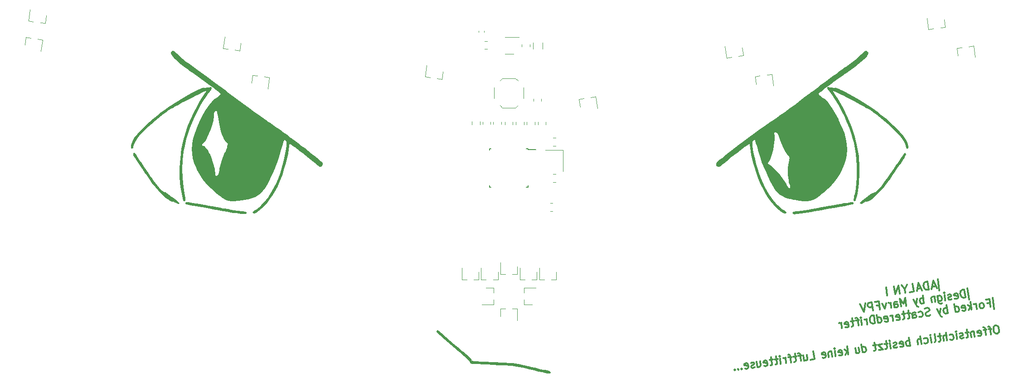
<source format=gbr>
%TF.GenerationSoftware,KiCad,Pcbnew,(6.99.0-222-g367431f825)*%
%TF.CreationDate,2022-01-18T01:02:36+01:00*%
%TF.ProjectId,Adalyn,4164616c-796e-42e6-9b69-6361645f7063,rev?*%
%TF.SameCoordinates,Original*%
%TF.FileFunction,Legend,Bot*%
%TF.FilePolarity,Positive*%
%FSLAX46Y46*%
G04 Gerber Fmt 4.6, Leading zero omitted, Abs format (unit mm)*
G04 Created by KiCad (PCBNEW (6.99.0-222-g367431f825)) date 2022-01-18 01:02:36*
%MOMM*%
%LPD*%
G01*
G04 APERTURE LIST*
%ADD10C,0.300000*%
%ADD11C,0.120000*%
%ADD12C,0.150000*%
G04 APERTURE END LIST*
D10*
X236718644Y-115761168D02*
X236435710Y-115800932D01*
X236304184Y-115891547D01*
X236182599Y-116052896D01*
X236151630Y-116345771D01*
X236221216Y-116840905D01*
X236331713Y-117113898D01*
X236493062Y-117235483D01*
X236644470Y-117286334D01*
X236927404Y-117246570D01*
X237058930Y-117155955D01*
X237180515Y-116994606D01*
X237211484Y-116701732D01*
X237141898Y-116206598D01*
X237031401Y-115933605D01*
X236870052Y-115812020D01*
X236718644Y-115761168D01*
X235787353Y-116396967D02*
X235221485Y-116476494D01*
X235714326Y-117417057D02*
X235535389Y-116143856D01*
X235444773Y-116012330D01*
X235293366Y-115961478D01*
X235151899Y-115981360D01*
X234857209Y-116527690D02*
X234291341Y-116607217D01*
X234784182Y-117547781D02*
X234605245Y-116274579D01*
X234514629Y-116143053D01*
X234363222Y-116092201D01*
X234221755Y-116112083D01*
X233278229Y-117687298D02*
X233429637Y-117738150D01*
X233712571Y-117698386D01*
X233844097Y-117607770D01*
X233894948Y-117456363D01*
X233815421Y-116890495D01*
X233724806Y-116758969D01*
X233573398Y-116708118D01*
X233290464Y-116747881D01*
X233158938Y-116838497D01*
X233108086Y-116989905D01*
X233127968Y-117131371D01*
X233855185Y-117173429D01*
X232501786Y-116858723D02*
X232640959Y-117848991D01*
X232521668Y-117000190D02*
X232440994Y-116939397D01*
X232289586Y-116888546D01*
X232077386Y-116918369D01*
X231945860Y-117008984D01*
X231895008Y-117160392D01*
X232004358Y-117938459D01*
X231500908Y-116999387D02*
X230935041Y-117078915D01*
X231219121Y-116534076D02*
X231398058Y-117807278D01*
X231347207Y-117958686D01*
X231215681Y-118049301D01*
X231074214Y-118069183D01*
X230558529Y-118069527D02*
X230427004Y-118160142D01*
X230144070Y-118199906D01*
X229992662Y-118149054D01*
X229902047Y-118017528D01*
X229892106Y-117946795D01*
X229942957Y-117795387D01*
X230074483Y-117704772D01*
X230286684Y-117674949D01*
X230418209Y-117584334D01*
X230469061Y-117432926D01*
X230459120Y-117362193D01*
X230368505Y-117230667D01*
X230217097Y-117179815D01*
X230004897Y-117209638D01*
X229873371Y-117300253D01*
X229355392Y-118310747D02*
X229216219Y-117320479D01*
X229146633Y-116825345D02*
X229227307Y-116886138D01*
X229166515Y-116966812D01*
X229085840Y-116906020D01*
X229146633Y-116825345D01*
X229166515Y-116966812D01*
X228061640Y-118420442D02*
X228213048Y-118471293D01*
X228495982Y-118431530D01*
X228627508Y-118340914D01*
X228688300Y-118260240D01*
X228739152Y-118108832D01*
X228679506Y-117684431D01*
X228588891Y-117552906D01*
X228508216Y-117492113D01*
X228356809Y-117441262D01*
X228073875Y-117481025D01*
X227942349Y-117571641D01*
X227495104Y-118572194D02*
X227286344Y-117086792D01*
X226858503Y-118661662D02*
X226749152Y-117883594D01*
X226800004Y-117732187D01*
X226931530Y-117641571D01*
X227143730Y-117611749D01*
X227295138Y-117662600D01*
X227375812Y-117723393D01*
X226355052Y-117722590D02*
X225789185Y-117802117D01*
X226073266Y-117257279D02*
X226252202Y-118530481D01*
X226201351Y-118681888D01*
X226069825Y-118772504D01*
X225928358Y-118792386D01*
X225139681Y-118903227D02*
X225271207Y-118812612D01*
X225322058Y-118661204D01*
X225143122Y-117388002D01*
X224563204Y-118984245D02*
X224424031Y-117993977D01*
X224354444Y-117498843D02*
X224435119Y-117559636D01*
X224374326Y-117640310D01*
X224293652Y-117579518D01*
X224354444Y-117498843D01*
X224374326Y-117640310D01*
X223269452Y-119093940D02*
X223420859Y-119144791D01*
X223703793Y-119105028D01*
X223835319Y-119014412D01*
X223896112Y-118933738D01*
X223946963Y-118782330D01*
X223887318Y-118357930D01*
X223796702Y-118226404D01*
X223716028Y-118165611D01*
X223564620Y-118114760D01*
X223281686Y-118154523D01*
X223150160Y-118245139D01*
X222702915Y-119245692D02*
X222494155Y-117760290D01*
X222066314Y-119335160D02*
X221956964Y-118557093D01*
X222007816Y-118405685D01*
X222139341Y-118315070D01*
X222351542Y-118285247D01*
X222502950Y-118336098D01*
X222583624Y-118396891D01*
X220598595Y-119541435D02*
X220389836Y-118056033D01*
X220469363Y-118621900D02*
X220317956Y-118571049D01*
X220035022Y-118610812D01*
X219903496Y-118701428D01*
X219842703Y-118782102D01*
X219791852Y-118933510D01*
X219851497Y-119357910D01*
X219942113Y-119489436D01*
X220022787Y-119550229D01*
X220174195Y-119601080D01*
X220457129Y-119561317D01*
X220588655Y-119470701D01*
X218738976Y-119730657D02*
X218890384Y-119781508D01*
X219173317Y-119741745D01*
X219304843Y-119651129D01*
X219355695Y-119499721D01*
X219276167Y-118933854D01*
X219185552Y-118802328D01*
X219034144Y-118751477D01*
X218751211Y-118791240D01*
X218619685Y-118881856D01*
X218568833Y-119033263D01*
X218588715Y-119174730D01*
X219315931Y-119216788D01*
X218162498Y-119811675D02*
X218030972Y-119902291D01*
X217748039Y-119942054D01*
X217596631Y-119891203D01*
X217506016Y-119759677D01*
X217496075Y-119688944D01*
X217546926Y-119537536D01*
X217678452Y-119446920D01*
X217890652Y-119417098D01*
X218022178Y-119326482D01*
X218073030Y-119175075D01*
X218063089Y-119104341D01*
X217972474Y-118972815D01*
X217821066Y-118921964D01*
X217608866Y-118951786D01*
X217477340Y-119042402D01*
X216959361Y-120052896D02*
X216820188Y-119062628D01*
X216750602Y-118567494D02*
X216831276Y-118628286D01*
X216770484Y-118708961D01*
X216689809Y-118648168D01*
X216750602Y-118567494D01*
X216770484Y-118708961D01*
X216385178Y-119123764D02*
X215819311Y-119203292D01*
X216103391Y-118658453D02*
X216282328Y-119931655D01*
X216231476Y-120083063D01*
X216099951Y-120173678D01*
X215958484Y-120193560D01*
X215384301Y-119264429D02*
X214606233Y-119373779D01*
X215523474Y-120254697D01*
X214745406Y-120364047D01*
X214241956Y-119424975D02*
X213676088Y-119504502D01*
X213960169Y-118959663D02*
X214139106Y-120232865D01*
X214088254Y-120384273D01*
X213956728Y-120474888D01*
X213815261Y-120494770D01*
X211710942Y-120790513D02*
X211502183Y-119305111D01*
X211701001Y-120719780D02*
X211852409Y-120770631D01*
X212135343Y-120730867D01*
X212266869Y-120640252D01*
X212327661Y-120559578D01*
X212378513Y-120408170D01*
X212318867Y-119983769D01*
X212228252Y-119852243D01*
X212147578Y-119791451D01*
X211996170Y-119740599D01*
X211713236Y-119780363D01*
X211581710Y-119870978D01*
X210358691Y-119970732D02*
X210497864Y-120961000D01*
X210995292Y-119881264D02*
X211104642Y-120659331D01*
X211053791Y-120810739D01*
X210922265Y-120901354D01*
X210710064Y-120931177D01*
X210558657Y-120880326D01*
X210477982Y-120819533D01*
X209030145Y-121167274D02*
X208821386Y-119681872D01*
X208809151Y-120621289D02*
X208464278Y-121246802D01*
X208325105Y-120256534D02*
X208970500Y-120742874D01*
X207311992Y-121336615D02*
X207463400Y-121387466D01*
X207746334Y-121347702D01*
X207877860Y-121257087D01*
X207928711Y-121105679D01*
X207849184Y-120539812D01*
X207758569Y-120408286D01*
X207607161Y-120357434D01*
X207324227Y-120397198D01*
X207192701Y-120487813D01*
X207141850Y-120639221D01*
X207161731Y-120780688D01*
X207888948Y-120822746D01*
X206674722Y-121498308D02*
X206535549Y-120508040D01*
X206465963Y-120012905D02*
X206546637Y-120073698D01*
X206485845Y-120154372D01*
X206405170Y-120093580D01*
X206465963Y-120012905D01*
X206485845Y-120154372D01*
X205888339Y-120598999D02*
X206027512Y-121589267D01*
X205908221Y-120740466D02*
X205827546Y-120679673D01*
X205676138Y-120628822D01*
X205463938Y-120658645D01*
X205332412Y-120749260D01*
X205281561Y-120900668D01*
X205390911Y-121678735D01*
X204238625Y-121768548D02*
X204390033Y-121819400D01*
X204672967Y-121779636D01*
X204804493Y-121689021D01*
X204855344Y-121537613D01*
X204775817Y-120971745D01*
X204685201Y-120840219D01*
X204533794Y-120789368D01*
X204250860Y-120829132D01*
X204119334Y-120919747D01*
X204068482Y-121071155D01*
X204088364Y-121212622D01*
X204815580Y-121254679D01*
X202002780Y-122154906D02*
X202710114Y-122055497D01*
X202501354Y-120570095D01*
X200650529Y-121335125D02*
X200789702Y-122325393D01*
X201287129Y-121245657D02*
X201396480Y-122023725D01*
X201345628Y-122175132D01*
X201214102Y-122265748D01*
X201001902Y-122295570D01*
X200850494Y-122244719D01*
X200769820Y-122183926D01*
X200286251Y-121386321D02*
X199720384Y-121465849D01*
X200213224Y-122406412D02*
X200034287Y-121133210D01*
X199943672Y-121001684D01*
X199792264Y-120950833D01*
X199650797Y-120970714D01*
X199356107Y-121517044D02*
X198790240Y-121596572D01*
X199074321Y-121051733D02*
X199253257Y-122324935D01*
X199202406Y-122476343D01*
X199070880Y-122566958D01*
X198929413Y-122586840D01*
X198425964Y-121647767D02*
X197860096Y-121727295D01*
X198352936Y-122667858D02*
X198173999Y-121394657D01*
X198083384Y-121263131D01*
X197931976Y-121212279D01*
X197790510Y-121232161D01*
X197422792Y-122798582D02*
X197283619Y-121808313D01*
X197323383Y-122091247D02*
X197232768Y-121959721D01*
X197152093Y-121898929D01*
X197000686Y-121848077D01*
X196859219Y-121867959D01*
X196421915Y-122939246D02*
X196282741Y-121948978D01*
X196213155Y-121453844D02*
X196293829Y-121514636D01*
X196233037Y-121595310D01*
X196152362Y-121534518D01*
X196213155Y-121453844D01*
X196233037Y-121595310D01*
X195847731Y-122010114D02*
X195281864Y-122089642D01*
X195565944Y-121544803D02*
X195744881Y-122818005D01*
X195694030Y-122969413D01*
X195562504Y-123060028D01*
X195421037Y-123079910D01*
X194917587Y-122140838D02*
X194351720Y-122220365D01*
X194635800Y-121675526D02*
X194814737Y-122948728D01*
X194763886Y-123100136D01*
X194632360Y-123190751D01*
X194490893Y-123210633D01*
X193338608Y-123300446D02*
X193490016Y-123351297D01*
X193772949Y-123311534D01*
X193904475Y-123220918D01*
X193955327Y-123069510D01*
X193875799Y-122503643D01*
X193785184Y-122372117D01*
X193633776Y-122321265D01*
X193350843Y-122361029D01*
X193219317Y-122451645D01*
X193168465Y-122603052D01*
X193188347Y-122744519D01*
X193915563Y-122786577D01*
X191925564Y-122561339D02*
X192064737Y-123551607D01*
X192562165Y-122471871D02*
X192671515Y-123249938D01*
X192620663Y-123401346D01*
X192489138Y-123491962D01*
X192276937Y-123521784D01*
X192125529Y-123470933D01*
X192044855Y-123410140D01*
X191549052Y-123551951D02*
X191417526Y-123642567D01*
X191134592Y-123682330D01*
X190983184Y-123631479D01*
X190892569Y-123499953D01*
X190882628Y-123429219D01*
X190933480Y-123277812D01*
X191065006Y-123187196D01*
X191277206Y-123157374D01*
X191408732Y-123066758D01*
X191459584Y-122915350D01*
X191449643Y-122844617D01*
X191359027Y-122713091D01*
X191207619Y-122662240D01*
X190995419Y-122692062D01*
X190863893Y-122782678D01*
X189770107Y-123801966D02*
X189921514Y-123852817D01*
X190204448Y-123813054D01*
X190335974Y-123722438D01*
X190386826Y-123571031D01*
X190307298Y-123005163D01*
X190216683Y-122873637D01*
X190065275Y-122822786D01*
X189782341Y-122862549D01*
X189650815Y-122953165D01*
X189599964Y-123104572D01*
X189619846Y-123246039D01*
X190347062Y-123288097D01*
X189112955Y-123822192D02*
X189052162Y-123902866D01*
X189132837Y-123963659D01*
X189193629Y-123882984D01*
X189112955Y-123822192D01*
X189132837Y-123963659D01*
X188465744Y-123913151D02*
X188404952Y-123993826D01*
X188485626Y-124054618D01*
X188546419Y-123973944D01*
X188465744Y-123913151D01*
X188485626Y-124054618D01*
X187818534Y-124004111D02*
X187757741Y-124084785D01*
X187838416Y-124145578D01*
X187899208Y-124064903D01*
X187818534Y-124004111D01*
X187838416Y-124145578D01*
X226046432Y-109275583D02*
X225748204Y-107153580D01*
X225411456Y-108427126D02*
X224704122Y-108526536D01*
X225612569Y-108831645D02*
X224908675Y-107415830D01*
X224622301Y-108970818D01*
X224045823Y-109051837D02*
X223837064Y-107566435D01*
X223483397Y-107616139D01*
X223281137Y-107716696D01*
X223159552Y-107878044D01*
X223108701Y-108029452D01*
X223077731Y-108322327D01*
X223107554Y-108534527D01*
X223218051Y-108807520D01*
X223308666Y-108939046D01*
X223470015Y-109060631D01*
X223692156Y-109101542D01*
X224045823Y-109051837D01*
X222631633Y-108817805D02*
X221924299Y-108917214D01*
X222832746Y-109222324D02*
X222128852Y-107806508D01*
X221842478Y-109361497D01*
X220558666Y-109541925D02*
X221266000Y-109442516D01*
X221057241Y-107957113D01*
X219599846Y-108955373D02*
X219699255Y-109662707D01*
X219985630Y-108107719D02*
X219599846Y-108955373D01*
X218995362Y-108246892D01*
X218627644Y-109813312D02*
X218418884Y-108327910D01*
X217778843Y-109932604D01*
X217570083Y-108447201D01*
X216311125Y-110138878D02*
X216102365Y-108653476D01*
X231576456Y-110952270D02*
X231278228Y-108830267D01*
X230930392Y-110538155D02*
X230721633Y-109052753D01*
X230367966Y-109102458D01*
X230165706Y-109203014D01*
X230044121Y-109364363D01*
X229993270Y-109515770D01*
X229962300Y-109808645D01*
X229992123Y-110020845D01*
X230102620Y-110293838D01*
X230193235Y-110425364D01*
X230354584Y-110546949D01*
X230576725Y-110587860D01*
X230930392Y-110538155D01*
X228929306Y-110747259D02*
X229080714Y-110798110D01*
X229363648Y-110758347D01*
X229495174Y-110667731D01*
X229546025Y-110516323D01*
X229466498Y-109950456D01*
X229375882Y-109818930D01*
X229224475Y-109768079D01*
X228941541Y-109807842D01*
X228810015Y-109898458D01*
X228759163Y-110049865D01*
X228779045Y-110191332D01*
X229506261Y-110233390D01*
X228352829Y-110828277D02*
X228221303Y-110918893D01*
X227938369Y-110958656D01*
X227786961Y-110907805D01*
X227696346Y-110776279D01*
X227686405Y-110705546D01*
X227737256Y-110554138D01*
X227868782Y-110463522D01*
X228080983Y-110433700D01*
X228212509Y-110343084D01*
X228263360Y-110191676D01*
X228253419Y-110120943D01*
X228162804Y-109989417D01*
X228011396Y-109938566D01*
X227799196Y-109968388D01*
X227667670Y-110059004D01*
X227149692Y-111069498D02*
X227010518Y-110079230D01*
X226940932Y-109584096D02*
X227021606Y-109644888D01*
X226960814Y-109725563D01*
X226880139Y-109664770D01*
X226940932Y-109584096D01*
X226960814Y-109725563D01*
X225726707Y-110259658D02*
X225895703Y-111462126D01*
X225986318Y-111593652D01*
X226066993Y-111654444D01*
X226218400Y-111705296D01*
X226430601Y-111675473D01*
X226562127Y-111584858D01*
X225855939Y-111179192D02*
X226007347Y-111230044D01*
X226290281Y-111190280D01*
X226421807Y-111099665D01*
X226482599Y-111018990D01*
X226533451Y-110867583D01*
X226473805Y-110443182D01*
X226383190Y-110311656D01*
X226302515Y-110250864D01*
X226151108Y-110200012D01*
X225868174Y-110239776D01*
X225736648Y-110330391D01*
X225150230Y-110340676D02*
X225289403Y-111330944D01*
X225170111Y-110482143D02*
X225089437Y-110421351D01*
X224938029Y-110370499D01*
X224725829Y-110400322D01*
X224594303Y-110490937D01*
X224543451Y-110642345D01*
X224652802Y-111420413D01*
X223185083Y-111626687D02*
X222976323Y-110141285D01*
X223055851Y-110707153D02*
X222904443Y-110656301D01*
X222621509Y-110696065D01*
X222489983Y-110786680D01*
X222429191Y-110867354D01*
X222378339Y-111018762D01*
X222437985Y-111443163D01*
X222528600Y-111574689D01*
X222609275Y-111635481D01*
X222760682Y-111686333D01*
X223043616Y-111646569D01*
X223175142Y-111555954D01*
X221903566Y-110796965D02*
X221689071Y-111836938D01*
X221196231Y-110896375D02*
X221689071Y-111836938D01*
X221880243Y-112170723D01*
X221960917Y-112231516D01*
X222112325Y-112282367D01*
X219867686Y-112092917D02*
X219658926Y-110607515D01*
X219312906Y-111738103D01*
X218668658Y-110746688D01*
X218877418Y-112232090D01*
X217664340Y-112402577D02*
X217554990Y-111624509D01*
X217605842Y-111473101D01*
X217737368Y-111382486D01*
X218020301Y-111342722D01*
X218171709Y-111393574D01*
X217654399Y-112331844D02*
X217805807Y-112382695D01*
X218159474Y-112332990D01*
X218291000Y-112242375D01*
X218341852Y-112090967D01*
X218321970Y-111949500D01*
X218231355Y-111817975D01*
X218079947Y-111767123D01*
X217726280Y-111816828D01*
X217574872Y-111765976D01*
X217087863Y-112483596D02*
X216948690Y-111493328D01*
X216988454Y-111776261D02*
X216897838Y-111644735D01*
X216817164Y-111583943D01*
X216665756Y-111533091D01*
X216524289Y-111552973D01*
X216089279Y-111614110D02*
X215874785Y-112654083D01*
X215381945Y-111713519D01*
X214340156Y-112076325D02*
X214835290Y-112006738D01*
X214944641Y-112784806D02*
X214735881Y-111299404D01*
X214028547Y-111398813D01*
X213660829Y-112965234D02*
X213452070Y-111479832D01*
X212886202Y-111559359D01*
X212754676Y-111649974D01*
X212693884Y-111730649D01*
X212643032Y-111882057D01*
X212672855Y-112094257D01*
X212763470Y-112225783D01*
X212844145Y-112286575D01*
X212995553Y-112337427D01*
X213561420Y-112257899D01*
X212238992Y-111650319D02*
X211952618Y-113205307D01*
X211248724Y-111789492D01*
X236277130Y-112745514D02*
X235978902Y-110623511D01*
X235026582Y-111622918D02*
X235521716Y-111553331D01*
X235631066Y-112331399D02*
X235422307Y-110845997D01*
X234714972Y-110945406D01*
X234135055Y-112541650D02*
X234266581Y-112451034D01*
X234327373Y-112370360D01*
X234378225Y-112218952D01*
X234318579Y-111794552D01*
X234227964Y-111663026D01*
X234147290Y-111602233D01*
X233995882Y-111551382D01*
X233783682Y-111581204D01*
X233652156Y-111671820D01*
X233591363Y-111752494D01*
X233540512Y-111903902D01*
X233600157Y-112328302D01*
X233690772Y-112459828D01*
X233771447Y-112520621D01*
X233922855Y-112571472D01*
X234135055Y-112541650D01*
X233063444Y-112692255D02*
X232924271Y-111701987D01*
X232964035Y-111984920D02*
X232873419Y-111853394D01*
X232792745Y-111792602D01*
X232641337Y-111741750D01*
X232499870Y-111761632D01*
X232062566Y-112832919D02*
X231853806Y-111347517D01*
X231841572Y-112286933D02*
X231496699Y-112912446D01*
X231357526Y-111922178D02*
X232002921Y-112408518D01*
X230344413Y-113002259D02*
X230495821Y-113053111D01*
X230778755Y-113013347D01*
X230910281Y-112922732D01*
X230961132Y-112771324D01*
X230881605Y-112205456D01*
X230790989Y-112073930D01*
X230639582Y-112023079D01*
X230356648Y-112062843D01*
X230225122Y-112153458D01*
X230174270Y-112304866D01*
X230194152Y-112446333D01*
X230921369Y-112488390D01*
X229070542Y-113253420D02*
X228861783Y-111768018D01*
X229060601Y-113182687D02*
X229212009Y-113233539D01*
X229494943Y-113193775D01*
X229626469Y-113103160D01*
X229687261Y-113022485D01*
X229738113Y-112871077D01*
X229678467Y-112446677D01*
X229587852Y-112315151D01*
X229507178Y-112254358D01*
X229355770Y-112203507D01*
X229072836Y-112243271D01*
X228941310Y-112333886D01*
X227602824Y-113459695D02*
X227394064Y-111974293D01*
X227473591Y-112540160D02*
X227322184Y-112489309D01*
X227039250Y-112529072D01*
X226907724Y-112619688D01*
X226846931Y-112700362D01*
X226796080Y-112851770D01*
X226855726Y-113276171D01*
X226946341Y-113407696D01*
X227027015Y-113468489D01*
X227178423Y-113519341D01*
X227461357Y-113479577D01*
X227592883Y-113388961D01*
X226321306Y-112629973D02*
X226106812Y-113669946D01*
X225613972Y-112729382D02*
X226106812Y-113669946D01*
X226297984Y-114003731D01*
X226378658Y-114064523D01*
X226530066Y-114115375D01*
X224346219Y-113845250D02*
X224143960Y-113945807D01*
X223790293Y-113995511D01*
X223638885Y-113944660D01*
X223558210Y-113883867D01*
X223467595Y-113752341D01*
X223447713Y-113610874D01*
X223498565Y-113459467D01*
X223559357Y-113378792D01*
X223690883Y-113288177D01*
X223963876Y-113177680D01*
X224095402Y-113087064D01*
X224156194Y-113006390D01*
X224207046Y-112854982D01*
X224187164Y-112713515D01*
X224096549Y-112581989D01*
X224015874Y-112521197D01*
X223864467Y-112470345D01*
X223510799Y-112520050D01*
X223308540Y-112620606D01*
X222284340Y-114135029D02*
X222435747Y-114185880D01*
X222718681Y-114146116D01*
X222850207Y-114055501D01*
X222911000Y-113974827D01*
X222961851Y-113823419D01*
X222902206Y-113399018D01*
X222811590Y-113267492D01*
X222730916Y-113206700D01*
X222579508Y-113155848D01*
X222296574Y-113195612D01*
X222165048Y-113286227D01*
X221081202Y-114376249D02*
X220971852Y-113598181D01*
X221022703Y-113446773D01*
X221154229Y-113356158D01*
X221437163Y-113316394D01*
X221588571Y-113367246D01*
X221071261Y-114305516D02*
X221222669Y-114356367D01*
X221576336Y-114306662D01*
X221707862Y-114216047D01*
X221758714Y-114064639D01*
X221738832Y-113923172D01*
X221648217Y-113791647D01*
X221496809Y-113740795D01*
X221143142Y-113790500D01*
X220991734Y-113739648D01*
X220577752Y-113437177D02*
X220011884Y-113516704D01*
X220295965Y-112971866D02*
X220474902Y-114245067D01*
X220424050Y-114396475D01*
X220292524Y-114487090D01*
X220151058Y-114506972D01*
X219647608Y-113567900D02*
X219081740Y-113647427D01*
X219365821Y-113102589D02*
X219544758Y-114375791D01*
X219493906Y-114527198D01*
X219362380Y-114617814D01*
X219220914Y-114637696D01*
X218068628Y-114727508D02*
X218220036Y-114778360D01*
X218502970Y-114738596D01*
X218634496Y-114647981D01*
X218685347Y-114496573D01*
X218605820Y-113930705D01*
X218515205Y-113799179D01*
X218363797Y-113748328D01*
X218080863Y-113788092D01*
X217949337Y-113878707D01*
X217898486Y-114030115D01*
X217918367Y-114171582D01*
X218645584Y-114213639D01*
X217431358Y-114889201D02*
X217292185Y-113898933D01*
X217331949Y-114181867D02*
X217241334Y-114050341D01*
X217160659Y-113989548D01*
X217009252Y-113938697D01*
X216867785Y-113958579D01*
X215854672Y-115038659D02*
X216006080Y-115089511D01*
X216289014Y-115049747D01*
X216420540Y-114959132D01*
X216471391Y-114807724D01*
X216391864Y-114241857D01*
X216301248Y-114110331D01*
X216149841Y-114059479D01*
X215866907Y-114099243D01*
X215735381Y-114189858D01*
X215684529Y-114341266D01*
X215704411Y-114482733D01*
X216431627Y-114524790D01*
X214580801Y-115289821D02*
X214372042Y-113804419D01*
X214570860Y-115219087D02*
X214722268Y-115269939D01*
X215005202Y-115230175D01*
X215136728Y-115139560D01*
X215197520Y-115058885D01*
X215248372Y-114907478D01*
X215188726Y-114483077D01*
X215098111Y-114351551D01*
X215017437Y-114290759D01*
X214866029Y-114239907D01*
X214583095Y-114279671D01*
X214451569Y-114370286D01*
X214004324Y-115370839D02*
X213795564Y-113885437D01*
X213441897Y-113935142D01*
X213239638Y-114035698D01*
X213118053Y-114197047D01*
X213067201Y-114348455D01*
X213036231Y-114641329D01*
X213066054Y-114853530D01*
X213176551Y-115126523D01*
X213267167Y-115258048D01*
X213428515Y-115379633D01*
X213650657Y-115420544D01*
X214004324Y-115370839D01*
X212579046Y-115571149D02*
X212439873Y-114580881D01*
X212479637Y-114863815D02*
X212389021Y-114732289D01*
X212308347Y-114671496D01*
X212156939Y-114620645D01*
X212015472Y-114640527D01*
X211578168Y-115711813D02*
X211438995Y-114721545D01*
X211369408Y-114226411D02*
X211450083Y-114287204D01*
X211389290Y-114367878D01*
X211308616Y-114307086D01*
X211369408Y-114226411D01*
X211389290Y-114367878D01*
X211003985Y-114782682D02*
X210438117Y-114862209D01*
X210930958Y-115802773D02*
X210752021Y-114529571D01*
X210661405Y-114398045D01*
X210509998Y-114347194D01*
X210368531Y-114367075D01*
X210073841Y-114913405D02*
X209507973Y-114992933D01*
X209792054Y-114448094D02*
X209970991Y-115721296D01*
X209920139Y-115872704D01*
X209788613Y-115963319D01*
X209647146Y-115983201D01*
X208494861Y-116073013D02*
X208646269Y-116123865D01*
X208929203Y-116084101D01*
X209060729Y-115993486D01*
X209111580Y-115842078D01*
X209032053Y-115276211D01*
X208941438Y-115144685D01*
X208790030Y-115093833D01*
X208507096Y-115133597D01*
X208375570Y-115224212D01*
X208324718Y-115375620D01*
X208344600Y-115517087D01*
X209071817Y-115559144D01*
X207857591Y-116234706D02*
X207718418Y-115244438D01*
X207758182Y-115527372D02*
X207667567Y-115395846D01*
X207586892Y-115335054D01*
X207435484Y-115284202D01*
X207294018Y-115304084D01*
D11*
%TO.C,SW1*%
X142894099Y-73330796D02*
X142894099Y-71330796D01*
X143944099Y-70030796D02*
X144394099Y-69580796D01*
X143944099Y-74630796D02*
X144394099Y-75080796D01*
X144394099Y-69580796D02*
X146894099Y-69580796D01*
X144394099Y-75080796D02*
X146894099Y-75080796D01*
X147344099Y-70030796D02*
X146894099Y-69580796D01*
X147344099Y-74630796D02*
X146894099Y-75080796D01*
X148394099Y-73330796D02*
X148394099Y-71330796D01*
%TO.C,D101*%
X59022951Y-59303293D02*
X59226144Y-57857502D01*
X59022951Y-59303293D02*
X58102002Y-59173862D01*
X55893704Y-58863506D02*
X56194318Y-56724527D01*
X55893704Y-58863506D02*
X56814653Y-58992937D01*
%TO.C,D102*%
X95392951Y-64443293D02*
X95596144Y-62997502D01*
X95392951Y-64443293D02*
X94472002Y-64313862D01*
X92263704Y-64003506D02*
X92564318Y-61864527D01*
X92263704Y-64003506D02*
X93184653Y-64132937D01*
%TO.C,D103*%
X133112951Y-69753293D02*
X133316144Y-68307502D01*
X133112951Y-69753293D02*
X132192002Y-69623862D01*
X129983704Y-69313506D02*
X130284318Y-67174527D01*
X129983704Y-69313506D02*
X130904653Y-69442937D01*
%TO.C,D104*%
X189434494Y-65333506D02*
X189231301Y-63887715D01*
X189434494Y-65333506D02*
X188513545Y-65462937D01*
X186305247Y-65773293D02*
X186004633Y-63634314D01*
X186305247Y-65773293D02*
X187226196Y-65643862D01*
%TO.C,D105*%
X227164494Y-60033506D02*
X226961301Y-58587715D01*
X227164494Y-60033506D02*
X226243545Y-60162937D01*
X224035247Y-60473293D02*
X223734633Y-58334314D01*
X224035247Y-60473293D02*
X224956196Y-60343862D01*
%TO.C,D106*%
X55415247Y-61948299D02*
X55212054Y-63394090D01*
X55415247Y-61948299D02*
X56336196Y-62077730D01*
X58544494Y-62388086D02*
X58243880Y-64527065D01*
X58544494Y-62388086D02*
X57623545Y-62258655D01*
%TO.C,D107*%
X97765247Y-68998299D02*
X97562054Y-70444090D01*
X97765247Y-68998299D02*
X98686196Y-69127730D01*
X100894494Y-69438086D02*
X100593880Y-71577065D01*
X100894494Y-69438086D02*
X99973545Y-69308655D01*
%TO.C,D109*%
X191612877Y-69258354D02*
X191816070Y-70704145D01*
X191612877Y-69258354D02*
X192533826Y-69128923D01*
X194742124Y-68818567D02*
X195042738Y-70957546D01*
X194742124Y-68818567D02*
X193821175Y-68947998D01*
%TO.C,D110*%
X229323704Y-63968086D02*
X229526897Y-65413877D01*
X229323704Y-63968086D02*
X230244653Y-63838655D01*
X232452951Y-63528299D02*
X232753565Y-65667278D01*
X232452951Y-63528299D02*
X231532002Y-63657730D01*
%TO.C,D111*%
X140014099Y-107190796D02*
X140014099Y-105730796D01*
X140014099Y-107190796D02*
X139084099Y-107190796D01*
X136854099Y-107190796D02*
X136854099Y-105030796D01*
X136854099Y-107190796D02*
X137784099Y-107190796D01*
%TO.C,D112*%
X143614099Y-107200796D02*
X143614099Y-105740796D01*
X143614099Y-107200796D02*
X142684099Y-107200796D01*
X140454099Y-107200796D02*
X140454099Y-105040796D01*
X140454099Y-107200796D02*
X141384099Y-107200796D01*
%TO.C,D113*%
X150850000Y-107190000D02*
X150850000Y-105730000D01*
X150850000Y-107190000D02*
X149920000Y-107190000D01*
X147690000Y-107190000D02*
X147690000Y-105030000D01*
X147690000Y-107190000D02*
X148620000Y-107190000D01*
%TO.C,D114*%
X154480000Y-107200000D02*
X154480000Y-105740000D01*
X154480000Y-107200000D02*
X153550000Y-107200000D01*
X151320000Y-107200000D02*
X151320000Y-105040000D01*
X151320000Y-107200000D02*
X152250000Y-107200000D01*
%TO.C,D115*%
X142790000Y-108710000D02*
X141330000Y-108710000D01*
X142790000Y-108710000D02*
X142790000Y-109640000D01*
X142790000Y-111870000D02*
X140630000Y-111870000D01*
X142790000Y-111870000D02*
X142790000Y-110940000D01*
%TO.C,D116*%
X144050000Y-112630000D02*
X144050000Y-114090000D01*
X144050000Y-112630000D02*
X144980000Y-112630000D01*
X147210000Y-112630000D02*
X147210000Y-114790000D01*
X147210000Y-112630000D02*
X146280000Y-112630000D01*
%TO.C,D117*%
X148510000Y-111870000D02*
X149970000Y-111870000D01*
X148510000Y-111870000D02*
X148510000Y-110940000D01*
X148510000Y-108710000D02*
X150670000Y-108710000D01*
X148510000Y-108710000D02*
X148510000Y-109640000D01*
%TO.C,D118*%
X147224099Y-106190796D02*
X147224099Y-104730796D01*
X147224099Y-106190796D02*
X146294099Y-106190796D01*
X144064099Y-106190796D02*
X144064099Y-104030796D01*
X144064099Y-106190796D02*
X144994099Y-106190796D01*
%TO.C,C2*%
X150485000Y-77728748D02*
X150485000Y-78251252D01*
X149015000Y-77728748D02*
X149015000Y-78251252D01*
%TO.C,C4*%
X146385000Y-77728748D02*
X146385000Y-78251252D01*
X144915000Y-77728748D02*
X144915000Y-78251252D01*
%TO.C,C5*%
X148445000Y-77728748D02*
X148445000Y-78251252D01*
X146975000Y-77728748D02*
X146975000Y-78251252D01*
%TO.C,C6*%
X138755000Y-78221252D02*
X138755000Y-77698748D01*
X140225000Y-78221252D02*
X140225000Y-77698748D01*
%TO.C,C101*%
X152525000Y-77728748D02*
X152525000Y-78251252D01*
X151055000Y-77728748D02*
X151055000Y-78251252D01*
%TO.C,R2*%
X140775000Y-78177064D02*
X140775000Y-77722936D01*
X142245000Y-78177064D02*
X142245000Y-77722936D01*
%TO.C,R3*%
X142745000Y-78197064D02*
X142745000Y-77742936D01*
X144215000Y-78197064D02*
X144215000Y-77742936D01*
%TO.C,R4*%
X150239099Y-73887860D02*
X150239099Y-73433732D01*
X151709099Y-73887860D02*
X151709099Y-73433732D01*
%TO.C,R5*%
X153352936Y-92915000D02*
X153807064Y-92915000D01*
X153352936Y-94385000D02*
X153807064Y-94385000D01*
%TO.C,D108*%
X158749605Y-73477290D02*
X158952798Y-74923081D01*
X158749605Y-73477290D02*
X159670554Y-73347859D01*
X161878852Y-73037503D02*
X162179466Y-75176482D01*
X161878852Y-73037503D02*
X160957903Y-73166934D01*
%TO.C,F101*%
X151944099Y-62898732D02*
X151944099Y-64102860D01*
X150124099Y-62898732D02*
X150124099Y-64102860D01*
%TO.C,L101*%
X139964099Y-61023575D02*
X139964099Y-60698017D01*
X140984099Y-61023575D02*
X140984099Y-60698017D01*
%TO.C,R101*%
X141127035Y-62635796D02*
X141581163Y-62635796D01*
X141127035Y-64105796D02*
X141581163Y-64105796D01*
%TO.C,R102*%
X149549099Y-63233732D02*
X149549099Y-63687860D01*
X148079099Y-63233732D02*
X148079099Y-63687860D01*
D12*
%TO.C,U1*%
X149249099Y-89955796D02*
X149249099Y-89630796D01*
X149249099Y-89955796D02*
X148924099Y-89955796D01*
X149249099Y-82930796D02*
X150674099Y-82930796D01*
X149249099Y-82705796D02*
X149249099Y-82930796D01*
X149249099Y-82705796D02*
X148924099Y-82705796D01*
X141999099Y-89955796D02*
X142324099Y-89955796D01*
X141999099Y-89955796D02*
X141999099Y-89630796D01*
X141999099Y-82705796D02*
X142324099Y-82705796D01*
X141999099Y-82705796D02*
X141999099Y-83030796D01*
%TO.C,G\u002A\u002A\u002A*%
G36*
X209920743Y-92753864D02*
G01*
X210009981Y-92801205D01*
X210064349Y-92884791D01*
X210026621Y-93043670D01*
X209998805Y-93070341D01*
X209882367Y-93123981D01*
X209669342Y-93186009D01*
X209345411Y-93259547D01*
X208896254Y-93347718D01*
X208307552Y-93453644D01*
X207564985Y-93580447D01*
X207107195Y-93658006D01*
X206319981Y-93794156D01*
X205502668Y-93938411D01*
X204704701Y-94081931D01*
X203975526Y-94215876D01*
X203364590Y-94331407D01*
X203361995Y-94331908D01*
X202721352Y-94451025D01*
X202039266Y-94570034D01*
X201367694Y-94680396D01*
X200758594Y-94773570D01*
X200263921Y-94841018D01*
X200032751Y-94869590D01*
X199616826Y-94921574D01*
X199279961Y-94964444D01*
X199052016Y-94994377D01*
X198962851Y-95007551D01*
X198912954Y-94995403D01*
X198771714Y-94929521D01*
X198659452Y-94834383D01*
X198609394Y-94680586D01*
X198686308Y-94555221D01*
X198741029Y-94539571D01*
X198944152Y-94502578D01*
X199265806Y-94453354D01*
X199675879Y-94396422D01*
X200144262Y-94336302D01*
X200245457Y-94323574D01*
X200871316Y-94237385D01*
X201557471Y-94132742D01*
X202227501Y-94021707D01*
X202804986Y-93916344D01*
X203344250Y-93813409D01*
X203986656Y-93694260D01*
X204699259Y-93564730D01*
X205452407Y-93430010D01*
X206216453Y-93295290D01*
X206961745Y-93165762D01*
X207658635Y-93046615D01*
X208277472Y-92943041D01*
X208788608Y-92860230D01*
X209162392Y-92803372D01*
X209493205Y-92760204D01*
X209759566Y-92740169D01*
X209920743Y-92753864D01*
G37*
G36*
X85831333Y-92771061D02*
G01*
X86180344Y-92815093D01*
X86638042Y-92883756D01*
X87219076Y-92978299D01*
X87938093Y-93099973D01*
X88809741Y-93250028D01*
X88880670Y-93262304D01*
X89566195Y-93382547D01*
X90301329Y-93513923D01*
X91031790Y-93646583D01*
X91703296Y-93770679D01*
X92261568Y-93876360D01*
X92546637Y-93929939D01*
X93170355Y-94039899D01*
X93810201Y-94144567D01*
X94405359Y-94234183D01*
X94895013Y-94298988D01*
X95168071Y-94331284D01*
X95674950Y-94392574D01*
X96045542Y-94441147D01*
X96302396Y-94481569D01*
X96468060Y-94518407D01*
X96565082Y-94556227D01*
X96616010Y-94599596D01*
X96643392Y-94653081D01*
X96647927Y-94751125D01*
X96543509Y-94898206D01*
X96395785Y-94959949D01*
X96168670Y-94971503D01*
X96149488Y-94968454D01*
X95956637Y-94941998D01*
X95641424Y-94902173D01*
X95243028Y-94853838D01*
X94800630Y-94801852D01*
X94729391Y-94793355D01*
X94263586Y-94729919D01*
X93685988Y-94641379D01*
X93042598Y-94535275D01*
X92379414Y-94419148D01*
X91742436Y-94300538D01*
X91600684Y-94273356D01*
X90892864Y-94140894D01*
X90090085Y-93994935D01*
X89251687Y-93846047D01*
X88437010Y-93704795D01*
X87705393Y-93581743D01*
X87317323Y-93517539D01*
X86678836Y-93409663D01*
X86181931Y-93320937D01*
X85809208Y-93246919D01*
X85543270Y-93183168D01*
X85366716Y-93125241D01*
X85262148Y-93068697D01*
X85212167Y-93009094D01*
X85199373Y-92941991D01*
X85203934Y-92876626D01*
X85229219Y-92816249D01*
X85289954Y-92774254D01*
X85400786Y-92751891D01*
X85576363Y-92750410D01*
X85831333Y-92771061D01*
G37*
G36*
X219666820Y-83545763D02*
G01*
X219799833Y-83619253D01*
X219814207Y-83805617D01*
X219710963Y-84098446D01*
X219491122Y-84491330D01*
X219228385Y-84899853D01*
X218891951Y-85409079D01*
X218507312Y-85981094D01*
X218092164Y-86590364D01*
X217664204Y-87211357D01*
X217241127Y-87818539D01*
X216840629Y-88386377D01*
X216480405Y-88889338D01*
X216178152Y-89301890D01*
X215951565Y-89598500D01*
X215775939Y-89815754D01*
X215286775Y-90385608D01*
X214787289Y-90921493D01*
X214293816Y-91409138D01*
X213822692Y-91834269D01*
X213390255Y-92182614D01*
X213012841Y-92439899D01*
X212706785Y-92591853D01*
X212488424Y-92624201D01*
X212264309Y-92651361D01*
X211965230Y-92827276D01*
X211729445Y-92969493D01*
X211482777Y-93042062D01*
X211292954Y-93019031D01*
X211199094Y-92896847D01*
X211202597Y-92874066D01*
X211298355Y-92748227D01*
X211502914Y-92555370D01*
X211790506Y-92314401D01*
X212135360Y-92044225D01*
X212511708Y-91763746D01*
X212893780Y-91491871D01*
X213255807Y-91247504D01*
X213572019Y-91049549D01*
X213816647Y-90916913D01*
X213963922Y-90868500D01*
X214066567Y-90829109D01*
X214275184Y-90672493D01*
X214552542Y-90414144D01*
X214879828Y-90072941D01*
X215238229Y-89667766D01*
X215608933Y-89217500D01*
X215624236Y-89198085D01*
X215806031Y-88956035D01*
X216063840Y-88599151D01*
X216381491Y-88150921D01*
X216742809Y-87634833D01*
X217131622Y-87074375D01*
X217531756Y-86493034D01*
X217927036Y-85914299D01*
X218301290Y-85361657D01*
X218638343Y-84858595D01*
X218922022Y-84428602D01*
X219136154Y-84095166D01*
X219295665Y-83857123D01*
X219495177Y-83623721D01*
X219641879Y-83544833D01*
X219666820Y-83545763D01*
G37*
G36*
X75744640Y-83552205D02*
G01*
X75872042Y-83698272D01*
X76046504Y-83937800D01*
X76241443Y-84235420D01*
X76420722Y-84516767D01*
X76708403Y-84955551D01*
X77055140Y-85475099D01*
X77441883Y-86047629D01*
X77849581Y-86645360D01*
X78259185Y-87240511D01*
X78651647Y-87805299D01*
X79007915Y-88311943D01*
X79308941Y-88732661D01*
X79535675Y-89039672D01*
X79621974Y-89151993D01*
X79976571Y-89592097D01*
X80327891Y-89997596D01*
X80656310Y-90348238D01*
X80942201Y-90623771D01*
X81165941Y-90803942D01*
X81307902Y-90868500D01*
X81338913Y-90870602D01*
X81460783Y-90906467D01*
X81635207Y-90994824D01*
X81878354Y-91146148D01*
X82206393Y-91370916D01*
X82635490Y-91679603D01*
X83181814Y-92082685D01*
X83401892Y-92247693D01*
X83733323Y-92506798D01*
X83947314Y-92696215D01*
X84059241Y-92832650D01*
X84084475Y-92932807D01*
X84038392Y-93013388D01*
X83919666Y-93066851D01*
X83681566Y-93021129D01*
X83363568Y-92843639D01*
X83310845Y-92809275D01*
X83032975Y-92675833D01*
X82797136Y-92633500D01*
X82666893Y-92618542D01*
X82373057Y-92494825D01*
X82003660Y-92260462D01*
X81575822Y-91930733D01*
X81106664Y-91520919D01*
X80613306Y-91046301D01*
X80112867Y-90522159D01*
X79622468Y-89963775D01*
X79159229Y-89386429D01*
X78972095Y-89135914D01*
X78683711Y-88737021D01*
X78352021Y-88267544D01*
X77989799Y-87746524D01*
X77609823Y-87193000D01*
X77224869Y-86626014D01*
X76847714Y-86064606D01*
X76491134Y-85527816D01*
X76167905Y-85034684D01*
X75890804Y-84604252D01*
X75672608Y-84255559D01*
X75526092Y-84007647D01*
X75464033Y-83879555D01*
X75463542Y-83877593D01*
X75459481Y-83662290D01*
X75550167Y-83531650D01*
X75708015Y-83525678D01*
X75744640Y-83552205D01*
G37*
G36*
X132406288Y-116629020D02*
G01*
X132558960Y-116744261D01*
X132784290Y-116936194D01*
X133051798Y-117179553D01*
X133284814Y-117395063D01*
X133682826Y-117753664D01*
X134153274Y-118167203D01*
X134708109Y-118645968D01*
X135359282Y-119200245D01*
X136118745Y-119840321D01*
X136998449Y-120576483D01*
X137254172Y-120790449D01*
X137740991Y-121202845D01*
X138112732Y-121527751D01*
X138381724Y-121777662D01*
X138560302Y-121965077D01*
X138660796Y-122102491D01*
X138695538Y-122202402D01*
X138676860Y-122277305D01*
X138670503Y-122290354D01*
X138678481Y-122324592D01*
X138737196Y-122354845D01*
X138861524Y-122382509D01*
X139066342Y-122408982D01*
X139366525Y-122435660D01*
X139776950Y-122463942D01*
X140312492Y-122495224D01*
X140988029Y-122530903D01*
X141818436Y-122572377D01*
X141967649Y-122579707D01*
X142675235Y-122614497D01*
X143369361Y-122648665D01*
X144018780Y-122680671D01*
X144592246Y-122708976D01*
X145058511Y-122732037D01*
X145386329Y-122748314D01*
X145822109Y-122774728D01*
X146357346Y-122823146D01*
X146896856Y-122893033D01*
X147472325Y-122989847D01*
X148115440Y-123119042D01*
X148857889Y-123286074D01*
X149731357Y-123496398D01*
X149866972Y-123529628D01*
X150471891Y-123674370D01*
X151071095Y-123812690D01*
X151624860Y-123935722D01*
X152093458Y-124034595D01*
X152437165Y-124100442D01*
X152797226Y-124168488D01*
X153159521Y-124260554D01*
X153381291Y-124357966D01*
X153479434Y-124468918D01*
X153470846Y-124601601D01*
X153423544Y-124669467D01*
X153268092Y-124734896D01*
X153196356Y-124731987D01*
X152890122Y-124695023D01*
X152440313Y-124617992D01*
X151861984Y-124503955D01*
X151170186Y-124355970D01*
X150379973Y-124177096D01*
X149506396Y-123970392D01*
X148865598Y-123816944D01*
X148199228Y-123662463D01*
X147634723Y-123540887D01*
X147137529Y-123447034D01*
X146673094Y-123375721D01*
X146206865Y-123321765D01*
X145704288Y-123279982D01*
X145130811Y-123245191D01*
X144451881Y-123212207D01*
X143861166Y-123185235D01*
X142648086Y-123129080D01*
X141599670Y-123079366D01*
X140712382Y-123035909D01*
X139982687Y-122998523D01*
X139407048Y-122967025D01*
X138981928Y-122941231D01*
X138703793Y-122920957D01*
X138569105Y-122906019D01*
X138441264Y-122849040D01*
X138377968Y-122679842D01*
X138376748Y-122660103D01*
X138330036Y-122536318D01*
X138208319Y-122367202D01*
X138001634Y-122143130D01*
X137700014Y-121854479D01*
X137293495Y-121491624D01*
X136772111Y-121044941D01*
X136125898Y-120504805D01*
X136055186Y-120446154D01*
X135421443Y-119916671D01*
X134805204Y-119395311D01*
X134220638Y-118894556D01*
X133681917Y-118426890D01*
X133203211Y-118004796D01*
X132798692Y-117640757D01*
X132482529Y-117347255D01*
X132268893Y-117136773D01*
X132171956Y-117021795D01*
X132139671Y-116840892D01*
X132212184Y-116677215D01*
X132361364Y-116607166D01*
X132406288Y-116629020D01*
G37*
G36*
X90030870Y-71229877D02*
G01*
X90157611Y-71297452D01*
X90156282Y-71452936D01*
X90025415Y-71702369D01*
X89763542Y-72051789D01*
X89577122Y-72288162D01*
X89077907Y-72989618D01*
X88554769Y-73811586D01*
X88023718Y-74723619D01*
X87500767Y-75695271D01*
X87001927Y-76696094D01*
X86543210Y-77695642D01*
X86140628Y-78663469D01*
X85810193Y-79569127D01*
X85606357Y-80228300D01*
X85396748Y-80995419D01*
X85200046Y-81797429D01*
X85032034Y-82569924D01*
X84908497Y-83248500D01*
X84718672Y-84863335D01*
X84643840Y-86559893D01*
X84687193Y-88265842D01*
X84847567Y-89936408D01*
X85123799Y-91526820D01*
X85199718Y-91900322D01*
X85238832Y-92172764D01*
X85236384Y-92342389D01*
X85194794Y-92440332D01*
X85186065Y-92450636D01*
X85056060Y-92551691D01*
X84940059Y-92524871D01*
X84831114Y-92359952D01*
X84722275Y-92046707D01*
X84606592Y-91574913D01*
X84319276Y-89918625D01*
X84161237Y-88152553D01*
X84139614Y-86344239D01*
X84252688Y-84521002D01*
X84498741Y-82710158D01*
X84876054Y-80939027D01*
X85382908Y-79234924D01*
X85739866Y-78281307D01*
X86203467Y-77193816D01*
X86732095Y-76072648D01*
X87301851Y-74966154D01*
X87888839Y-73922686D01*
X88469161Y-72990597D01*
X89177935Y-71919027D01*
X88569089Y-72183994D01*
X88216163Y-72344798D01*
X87738455Y-72573440D01*
X87173041Y-72851497D01*
X86551052Y-73163129D01*
X85903618Y-73492497D01*
X85261867Y-73823763D01*
X84656931Y-74141088D01*
X84119938Y-74428632D01*
X83682019Y-74670557D01*
X83636906Y-74696040D01*
X83261007Y-74905534D01*
X82928504Y-75086144D01*
X82674006Y-75219329D01*
X82532126Y-75286546D01*
X82476766Y-75312476D01*
X82259841Y-75445169D01*
X81943417Y-75663537D01*
X81549248Y-75951227D01*
X81099087Y-76291887D01*
X80614685Y-76669164D01*
X80117795Y-77066704D01*
X79630170Y-77468155D01*
X78843127Y-78143722D01*
X77966861Y-78946425D01*
X77219608Y-79693597D01*
X76605580Y-80380465D01*
X76128987Y-81002254D01*
X75794039Y-81554193D01*
X75604946Y-82031507D01*
X75568944Y-82168923D01*
X75501193Y-82426906D01*
X75456237Y-82597269D01*
X75402316Y-82688401D01*
X75231708Y-82724269D01*
X75194857Y-82716168D01*
X75062996Y-82597517D01*
X75023456Y-82364648D01*
X75071601Y-82037820D01*
X75202796Y-81637290D01*
X75412404Y-81183315D01*
X75695791Y-80696153D01*
X75854830Y-80470252D01*
X76210400Y-80038179D01*
X76673960Y-79534602D01*
X77227147Y-78976470D01*
X77851596Y-78380733D01*
X78528945Y-77764340D01*
X79240829Y-77144241D01*
X79968885Y-76537385D01*
X80694748Y-75960721D01*
X81400056Y-75431199D01*
X82051739Y-74974464D01*
X83034555Y-74331682D01*
X84116662Y-73668389D01*
X85263290Y-73005131D01*
X86439669Y-72362456D01*
X87611028Y-71760910D01*
X88014158Y-71564842D01*
X88319211Y-71428672D01*
X88526427Y-71356236D01*
X88662065Y-71338457D01*
X88752382Y-71366253D01*
X88853114Y-71410465D01*
X89057321Y-71377213D01*
X89220950Y-71333250D01*
X89451992Y-71341155D01*
X89635198Y-71351702D01*
X89745908Y-71307726D01*
X89801416Y-71262801D01*
X89964243Y-71225833D01*
X90030870Y-71229877D01*
G37*
G36*
X205411053Y-71239347D02*
G01*
X205529091Y-71307726D01*
X205632987Y-71350927D01*
X205823007Y-71341155D01*
X206024237Y-71330526D01*
X206217679Y-71377213D01*
X206317670Y-71414228D01*
X206522738Y-71366178D01*
X206538176Y-71357604D01*
X206632591Y-71339309D01*
X206777213Y-71366400D01*
X206996816Y-71447735D01*
X207316173Y-71592170D01*
X207760057Y-71808564D01*
X207862418Y-71859685D01*
X208501084Y-72189515D01*
X209220286Y-72576102D01*
X209981232Y-72997453D01*
X210745128Y-73431571D01*
X211473183Y-73856461D01*
X212126603Y-74250128D01*
X212666597Y-74590577D01*
X212840347Y-74705022D01*
X213604926Y-75234528D01*
X214398427Y-75821887D01*
X215201826Y-76450388D01*
X215996103Y-77103319D01*
X216762233Y-77763970D01*
X217481197Y-78415629D01*
X218133970Y-79041586D01*
X218701531Y-79625127D01*
X219164857Y-80149543D01*
X219504927Y-80598122D01*
X219575166Y-80704941D01*
X219847648Y-81170043D01*
X220058335Y-81614235D01*
X220200126Y-82013937D01*
X220265919Y-82345567D01*
X220248611Y-82585547D01*
X220141100Y-82710296D01*
X220136324Y-82712074D01*
X219957632Y-82701038D01*
X219817081Y-82538576D01*
X219728573Y-82240521D01*
X219646085Y-81911675D01*
X219419156Y-81404851D01*
X219059121Y-80844617D01*
X218561480Y-80224973D01*
X217921732Y-79539918D01*
X217135378Y-78783454D01*
X216844760Y-78519165D01*
X216365905Y-78096303D01*
X215855287Y-77657977D01*
X215330626Y-77218312D01*
X214809642Y-76791435D01*
X214310055Y-76391474D01*
X213849583Y-76032555D01*
X213445947Y-75728804D01*
X213116867Y-75494349D01*
X212880060Y-75343316D01*
X212753248Y-75289833D01*
X212732079Y-75283074D01*
X212588121Y-75213511D01*
X212335953Y-75080608D01*
X212003447Y-74899237D01*
X211618475Y-74684272D01*
X211262486Y-74486703D01*
X210710190Y-74188674D01*
X210091567Y-73862198D01*
X209437385Y-73522949D01*
X208778414Y-73186601D01*
X208145420Y-72868829D01*
X207569172Y-72585307D01*
X207080440Y-72351711D01*
X206709989Y-72183713D01*
X206105222Y-71922618D01*
X206675966Y-72780725D01*
X207063349Y-73379345D01*
X208070391Y-75110745D01*
X208947677Y-76894288D01*
X209688157Y-78711473D01*
X210284785Y-80543794D01*
X210730509Y-82372749D01*
X211018283Y-84179833D01*
X211021952Y-84212239D01*
X211071277Y-84799663D01*
X211104334Y-85499508D01*
X211121415Y-86271611D01*
X211122811Y-87075804D01*
X211108815Y-87871922D01*
X211079719Y-88619799D01*
X211035813Y-89279269D01*
X210977390Y-89810166D01*
X210966586Y-89884173D01*
X210869249Y-90500762D01*
X210766248Y-91074969D01*
X210663024Y-91581678D01*
X210565017Y-91995772D01*
X210477670Y-92292132D01*
X210406424Y-92445643D01*
X210349345Y-92506224D01*
X210219341Y-92551689D01*
X210078218Y-92437944D01*
X210037481Y-92353374D01*
X210030554Y-92198872D01*
X210067044Y-91948900D01*
X210149698Y-91570111D01*
X210238575Y-91170330D01*
X210409676Y-90211941D01*
X210526440Y-89213592D01*
X210593003Y-88133905D01*
X210613505Y-86931500D01*
X210599616Y-85917400D01*
X210544807Y-84805140D01*
X210442219Y-83767302D01*
X210285309Y-82754077D01*
X210067536Y-81715653D01*
X209782360Y-80602219D01*
X209581156Y-79931244D01*
X209219343Y-78903128D01*
X208785346Y-77826420D01*
X208294440Y-76731741D01*
X207761902Y-75649711D01*
X207203009Y-74610951D01*
X206633036Y-73646082D01*
X206067262Y-72785725D01*
X205520961Y-72060500D01*
X205410914Y-71922914D01*
X205192576Y-71608358D01*
X205104177Y-71391585D01*
X205144106Y-71266206D01*
X205310757Y-71225833D01*
X205411053Y-71239347D01*
G37*
G36*
X204446578Y-90928340D02*
G01*
X204169941Y-91162962D01*
X203551907Y-91652244D01*
X202992953Y-92027226D01*
X202461729Y-92296245D01*
X201926887Y-92467637D01*
X201357080Y-92549740D01*
X200720958Y-92550889D01*
X199987174Y-92479421D01*
X199124378Y-92343673D01*
X198861566Y-92296107D01*
X198221021Y-92163818D01*
X197698625Y-92023913D01*
X197256404Y-91863338D01*
X196856380Y-91669038D01*
X196460577Y-91427959D01*
X196325322Y-91335624D01*
X195991131Y-91075290D01*
X195686058Y-90779442D01*
X195395653Y-90427449D01*
X195105467Y-89998675D01*
X194801050Y-89472489D01*
X194467952Y-88828257D01*
X194091725Y-88045346D01*
X194020019Y-87892114D01*
X193649566Y-87090201D01*
X193340991Y-86397780D01*
X193081200Y-85779648D01*
X192951202Y-85443749D01*
X194039501Y-85443749D01*
X194085960Y-85547421D01*
X194279437Y-85663808D01*
X194560218Y-85845594D01*
X194945939Y-86171724D01*
X195376920Y-86598633D01*
X195831993Y-87101655D01*
X196289993Y-87656125D01*
X196729752Y-88237378D01*
X197130105Y-88820750D01*
X197469885Y-89381575D01*
X197511867Y-89456019D01*
X197735988Y-89821747D01*
X197906613Y-90036399D01*
X198028773Y-90106500D01*
X198072560Y-90102575D01*
X198158712Y-90027512D01*
X198182650Y-89827100D01*
X198182600Y-89817091D01*
X198158515Y-89601922D01*
X198103685Y-89467266D01*
X198088356Y-89443615D01*
X198028722Y-89280314D01*
X197955555Y-89010007D01*
X197881290Y-88676888D01*
X197874152Y-88640356D01*
X197812295Y-88178480D01*
X197777178Y-87621796D01*
X197767791Y-87014118D01*
X197783122Y-86399261D01*
X197822160Y-85821038D01*
X197883894Y-85323263D01*
X197967312Y-84949748D01*
X198024908Y-84746838D01*
X198055076Y-84497690D01*
X198003997Y-84275899D01*
X197857424Y-84033757D01*
X197601109Y-83723555D01*
X197434266Y-83500694D01*
X197192241Y-83097280D01*
X196930045Y-82588006D01*
X196662860Y-82004595D01*
X196405871Y-81378771D01*
X196174260Y-80742257D01*
X196140858Y-80644364D01*
X195993103Y-80235941D01*
X195877217Y-79968166D01*
X195783754Y-79821691D01*
X195703273Y-79777166D01*
X195628096Y-79767206D01*
X195509023Y-79696197D01*
X195466615Y-79662739D01*
X195326687Y-79665761D01*
X195280861Y-79692451D01*
X195234956Y-79783735D01*
X195226389Y-79965445D01*
X195250367Y-80275897D01*
X195265877Y-80504745D01*
X195262297Y-81038343D01*
X195216582Y-81637951D01*
X195134821Y-82274167D01*
X195023099Y-82917588D01*
X194887504Y-83538812D01*
X194734122Y-84108437D01*
X194569040Y-84597062D01*
X194398346Y-84975283D01*
X194228126Y-85213700D01*
X194134660Y-85305430D01*
X194039501Y-85443749D01*
X192951202Y-85443749D01*
X192857100Y-85200600D01*
X192655599Y-84625432D01*
X192463602Y-84018939D01*
X192268017Y-83345919D01*
X192055750Y-82571166D01*
X191951565Y-82196056D01*
X191852559Y-81863748D01*
X191773658Y-81624121D01*
X191725973Y-81512833D01*
X191678878Y-81421269D01*
X191628415Y-81229214D01*
X191599038Y-81030262D01*
X191354055Y-81223107D01*
X191235643Y-81322422D01*
X191165973Y-81419436D01*
X191136799Y-81556423D01*
X191139020Y-81776335D01*
X191163534Y-82122119D01*
X191174091Y-82245091D01*
X191265351Y-82949779D01*
X191413947Y-83768229D01*
X191611712Y-84665549D01*
X191850476Y-85606850D01*
X192122072Y-86557242D01*
X192418331Y-87481833D01*
X192476234Y-87647034D01*
X192745857Y-88332388D01*
X193078053Y-89078241D01*
X193450388Y-89840102D01*
X193840431Y-90573478D01*
X194225747Y-91233879D01*
X194583903Y-91776812D01*
X194618815Y-91825124D01*
X195029086Y-92355795D01*
X195470965Y-92868900D01*
X195919577Y-93339580D01*
X196350048Y-93742976D01*
X196737502Y-94054226D01*
X197057065Y-94248472D01*
X197151389Y-94294233D01*
X197413666Y-94469093D01*
X197510524Y-94637939D01*
X197439929Y-94797856D01*
X197324749Y-94827563D01*
X197127364Y-94811046D01*
X196883253Y-94729932D01*
X196480862Y-94499192D01*
X196027675Y-94148280D01*
X195540575Y-93694455D01*
X195036446Y-93154979D01*
X194532169Y-92547112D01*
X194044626Y-91888114D01*
X193590702Y-91195245D01*
X193140894Y-90401938D01*
X192584969Y-89248384D01*
X192072885Y-87989744D01*
X191616578Y-86661476D01*
X191227984Y-85299040D01*
X190919043Y-83937895D01*
X190701689Y-82613500D01*
X190679072Y-82443423D01*
X190634381Y-82133621D01*
X190597730Y-81913197D01*
X190575395Y-81821505D01*
X190526648Y-81837587D01*
X190358743Y-81942839D01*
X190088683Y-82131754D01*
X189733476Y-82391262D01*
X189310126Y-82708291D01*
X188835642Y-83069770D01*
X188327028Y-83462629D01*
X187801293Y-83873796D01*
X187275441Y-84290201D01*
X186766479Y-84698772D01*
X186291415Y-85086440D01*
X185867253Y-85440132D01*
X185620030Y-85642997D01*
X185331427Y-85863949D01*
X185100468Y-86023060D01*
X184961955Y-86095149D01*
X184793992Y-86108473D01*
X184563595Y-86020562D01*
X184409002Y-85834756D01*
X184359446Y-85593688D01*
X184444159Y-85339993D01*
X184445997Y-85337234D01*
X184579381Y-85187732D01*
X184802345Y-84983933D01*
X185067630Y-84769109D01*
X185155357Y-84701875D01*
X185444174Y-84477184D01*
X185811230Y-84188480D01*
X186218433Y-83865792D01*
X186627693Y-83539152D01*
X186993814Y-83248862D01*
X187720678Y-82685474D01*
X188550853Y-82055242D01*
X189460496Y-81375593D01*
X190425762Y-80663956D01*
X191422806Y-79937756D01*
X192427784Y-79214422D01*
X193416853Y-78511381D01*
X194366166Y-77846061D01*
X195251881Y-77235889D01*
X195552758Y-77029375D01*
X196332427Y-76484531D01*
X197199850Y-75866998D01*
X198123520Y-75199767D01*
X199071932Y-74505830D01*
X200013577Y-73808178D01*
X200916950Y-73129802D01*
X201750543Y-72493692D01*
X201929554Y-72356027D01*
X202560507Y-71874268D01*
X203243091Y-71357679D01*
X203958649Y-70820031D01*
X204688525Y-70275099D01*
X205414064Y-69736657D01*
X206116610Y-69218476D01*
X206777506Y-68734332D01*
X207378098Y-68297998D01*
X207899727Y-67923246D01*
X208323740Y-67623850D01*
X208631480Y-67413585D01*
X209000291Y-67163152D01*
X209713760Y-66644461D01*
X210388187Y-66111070D01*
X210986024Y-65593304D01*
X211469721Y-65121486D01*
X211535065Y-65052703D01*
X211856947Y-64734754D01*
X212104909Y-64540331D01*
X212302290Y-64458874D01*
X212472431Y-64479824D01*
X212638670Y-64592622D01*
X212715928Y-64676491D01*
X212783847Y-64868064D01*
X212726023Y-65108508D01*
X212539047Y-65426347D01*
X212534679Y-65432636D01*
X212294166Y-65721609D01*
X211933648Y-66081056D01*
X211476272Y-66491673D01*
X210945189Y-66934158D01*
X210363547Y-67389206D01*
X209754494Y-67837514D01*
X209141179Y-68259779D01*
X209109634Y-68280778D01*
X208811643Y-68484785D01*
X208428889Y-68754281D01*
X207978473Y-69076584D01*
X207477499Y-69439014D01*
X206943068Y-69828888D01*
X206392284Y-70233524D01*
X205842247Y-70640240D01*
X205310061Y-71036356D01*
X204812828Y-71409189D01*
X204367651Y-71746057D01*
X203991631Y-72034279D01*
X203701871Y-72261173D01*
X203515473Y-72414057D01*
X203449540Y-72480249D01*
X203466891Y-72517707D01*
X203584885Y-72650112D01*
X203782579Y-72834824D01*
X204022289Y-73040132D01*
X204266334Y-73234321D01*
X204477029Y-73385680D01*
X204616693Y-73462495D01*
X204768885Y-73549094D01*
X205019602Y-73785267D01*
X205320853Y-74146297D01*
X205661417Y-74615697D01*
X206030075Y-75176980D01*
X206415607Y-75813662D01*
X206806795Y-76509257D01*
X207192418Y-77247277D01*
X207263836Y-77390226D01*
X207842441Y-78640332D01*
X208289410Y-79802518D01*
X208605790Y-80892740D01*
X208792628Y-81926952D01*
X208850972Y-82921109D01*
X208781868Y-83891167D01*
X208586364Y-84853079D01*
X208265505Y-85822801D01*
X207820340Y-86816288D01*
X207443928Y-87517479D01*
X207001523Y-88220903D01*
X206504732Y-88884270D01*
X205929409Y-89537011D01*
X205636531Y-89827100D01*
X205251407Y-90208557D01*
X204446578Y-90928340D01*
G37*
G36*
X103308573Y-82275118D02*
G01*
X103181594Y-82722621D01*
X103044724Y-83218032D01*
X102935171Y-83611894D01*
X102760135Y-84202030D01*
X102577557Y-84760546D01*
X102375701Y-85317788D01*
X102142831Y-85904102D01*
X101867210Y-86549833D01*
X101537103Y-87285328D01*
X101140772Y-88140931D01*
X100932549Y-88578087D01*
X100509121Y-89405318D01*
X100102558Y-90092903D01*
X99693600Y-90656954D01*
X99262989Y-91113587D01*
X98791467Y-91478917D01*
X98259774Y-91769058D01*
X97648652Y-92000125D01*
X96938842Y-92188231D01*
X96111086Y-92349493D01*
X95905422Y-92383889D01*
X95083808Y-92498068D01*
X94388115Y-92548570D01*
X93791873Y-92533474D01*
X93268613Y-92450857D01*
X92791865Y-92298799D01*
X92335159Y-92075378D01*
X92166877Y-91973113D01*
X91702320Y-91645511D01*
X91173296Y-91222615D01*
X90608156Y-90731291D01*
X90035252Y-90198401D01*
X89482935Y-89650810D01*
X88979556Y-89115381D01*
X88553468Y-88618979D01*
X88233020Y-88188468D01*
X88180616Y-88108437D01*
X87818943Y-87499297D01*
X87462961Y-86811161D01*
X87137203Y-86097287D01*
X86866204Y-85410932D01*
X86674499Y-84805354D01*
X86606704Y-84514027D01*
X86487785Y-83700153D01*
X86445117Y-82829444D01*
X86478062Y-82023007D01*
X88342516Y-82023007D01*
X88346084Y-82095359D01*
X88406375Y-82205696D01*
X88580982Y-82232500D01*
X88686235Y-82244989D01*
X88827465Y-82318119D01*
X88990773Y-82481145D01*
X89208912Y-82761666D01*
X89425689Y-83075338D01*
X89667855Y-83461513D01*
X89859808Y-83804183D01*
X89900959Y-83888670D01*
X90073490Y-84306005D01*
X90254524Y-84825686D01*
X90429020Y-85396192D01*
X90581935Y-85965998D01*
X90698229Y-86483583D01*
X90762860Y-86897423D01*
X90790881Y-87161046D01*
X90826211Y-87445862D01*
X90855112Y-87630000D01*
X90924881Y-87779291D01*
X91067191Y-87800982D01*
X91281023Y-87670450D01*
X91340878Y-87609259D01*
X91425091Y-87449533D01*
X91491240Y-87193045D01*
X91550597Y-86803538D01*
X91610412Y-86451823D01*
X91737209Y-85912333D01*
X91906760Y-85314241D01*
X92104334Y-84702569D01*
X92315199Y-84122340D01*
X92524623Y-83618574D01*
X92717873Y-83236295D01*
X92845735Y-83001296D01*
X92961634Y-82719742D01*
X92982022Y-82540213D01*
X92977997Y-82520235D01*
X92993805Y-82319205D01*
X93073343Y-82083619D01*
X93209457Y-81797738D01*
X92896480Y-81540616D01*
X92852577Y-81503279D01*
X92622614Y-81258888D01*
X92412432Y-80941428D01*
X92217522Y-80537205D01*
X92033374Y-80032524D01*
X91855480Y-79413693D01*
X91679332Y-78667017D01*
X91500419Y-77778803D01*
X91314232Y-76735356D01*
X91248830Y-76376939D01*
X91178083Y-76041644D01*
X91116300Y-75800580D01*
X91071956Y-75690307D01*
X90971992Y-75668445D01*
X90787391Y-75747740D01*
X90703779Y-75810744D01*
X90623800Y-75925836D01*
X90585268Y-76109414D01*
X90571851Y-76411789D01*
X90560353Y-76690913D01*
X90451314Y-77516341D01*
X90225714Y-78403802D01*
X89879026Y-79368901D01*
X89406721Y-80427245D01*
X89401590Y-80437856D01*
X89173674Y-80898123D01*
X88995867Y-81227621D01*
X88852356Y-81451025D01*
X88727325Y-81593010D01*
X88604960Y-81678252D01*
X88406063Y-81828197D01*
X88342516Y-82023007D01*
X86478062Y-82023007D01*
X86480214Y-81970341D01*
X86594588Y-81191281D01*
X86762285Y-80534869D01*
X87062819Y-79618544D01*
X87445109Y-78642722D01*
X87891354Y-77644537D01*
X88383754Y-76661121D01*
X88904508Y-75729610D01*
X89435816Y-74887136D01*
X89959878Y-74170834D01*
X90100619Y-74001157D01*
X90336901Y-73740077D01*
X90535574Y-73549025D01*
X90664308Y-73460596D01*
X90723313Y-73433186D01*
X90903170Y-73314430D01*
X91134772Y-73136816D01*
X91380461Y-72932270D01*
X91602577Y-72732714D01*
X91763463Y-72570072D01*
X91825460Y-72476267D01*
X91825380Y-72475507D01*
X91754414Y-72404073D01*
X91560682Y-72245037D01*
X91258875Y-72009263D01*
X90863686Y-71707614D01*
X90389807Y-71350953D01*
X89851929Y-70950142D01*
X89264744Y-70516045D01*
X88642944Y-70059523D01*
X88001222Y-69591441D01*
X87354268Y-69122660D01*
X86716775Y-68664045D01*
X86103434Y-68226456D01*
X85528938Y-67820758D01*
X85057709Y-67482075D01*
X84418262Y-66995005D01*
X83847630Y-66527409D01*
X83365141Y-66096016D01*
X82990123Y-65717554D01*
X82741904Y-65408749D01*
X82585205Y-65154528D01*
X82498357Y-64936058D01*
X82512564Y-64767547D01*
X82621569Y-64607333D01*
X82639220Y-64588383D01*
X82772470Y-64484081D01*
X82918455Y-64456876D01*
X83097006Y-64516833D01*
X83327954Y-64674018D01*
X83631133Y-64938496D01*
X84026373Y-65320333D01*
X84149062Y-65439788D01*
X84719275Y-65955270D01*
X85348736Y-66472545D01*
X85963921Y-66930513D01*
X87355738Y-67913201D01*
X89156940Y-69212472D01*
X90916927Y-70512354D01*
X92581206Y-71772968D01*
X93300767Y-72323596D01*
X94562421Y-73279037D01*
X95793430Y-74198766D01*
X96973883Y-75068168D01*
X98083868Y-75872629D01*
X99103477Y-76597531D01*
X100012797Y-77228259D01*
X100321990Y-77439554D01*
X100709250Y-77704996D01*
X101061266Y-77947758D01*
X101397198Y-78181459D01*
X101736204Y-78419718D01*
X102097444Y-78676153D01*
X102500077Y-78964384D01*
X102963263Y-79298029D01*
X103506162Y-79690706D01*
X104147932Y-80156035D01*
X104907734Y-80707634D01*
X105066547Y-80823290D01*
X105659071Y-81259761D01*
X106282210Y-81725622D01*
X106920813Y-82208980D01*
X107559730Y-82697941D01*
X108183811Y-83180610D01*
X108777905Y-83645094D01*
X109326864Y-84079498D01*
X109815535Y-84471928D01*
X110228770Y-84810492D01*
X110551419Y-85083293D01*
X110768330Y-85278439D01*
X110864354Y-85384035D01*
X110905776Y-85487992D01*
X110903526Y-85740056D01*
X110781431Y-85954238D01*
X110573226Y-86087061D01*
X110312645Y-86095049D01*
X110192917Y-86033604D01*
X109970043Y-85880375D01*
X109683786Y-85661084D01*
X109367357Y-85400146D01*
X109038812Y-85124452D01*
X108621434Y-84783036D01*
X108154010Y-84407511D01*
X107654772Y-84011916D01*
X107141951Y-83610289D01*
X106633781Y-83216667D01*
X106148494Y-82845088D01*
X105704321Y-82509591D01*
X105319495Y-82224212D01*
X105012249Y-82002989D01*
X104800813Y-81859962D01*
X104703422Y-81809166D01*
X104702930Y-81809215D01*
X104676470Y-81889880D01*
X104642928Y-82094829D01*
X104609440Y-82380666D01*
X104554610Y-82829891D01*
X104403328Y-83713496D01*
X104191333Y-84685449D01*
X103929737Y-85706266D01*
X103629648Y-86736461D01*
X103302177Y-87736549D01*
X102958433Y-88667046D01*
X102609526Y-89488467D01*
X102474740Y-89771178D01*
X102054864Y-90561227D01*
X101580747Y-91342712D01*
X101069124Y-92094387D01*
X100536733Y-92795004D01*
X100000311Y-93423315D01*
X99476595Y-93958074D01*
X98982322Y-94378032D01*
X98534229Y-94661944D01*
X98387488Y-94729484D01*
X98079849Y-94818670D01*
X97878483Y-94785837D01*
X97789412Y-94631234D01*
X97787555Y-94614670D01*
X97818136Y-94498241D01*
X97950223Y-94385835D01*
X98214161Y-94250234D01*
X98535308Y-94056476D01*
X98929717Y-93741329D01*
X99366236Y-93332461D01*
X99819988Y-92854679D01*
X100266095Y-92332790D01*
X100679681Y-91791603D01*
X100909116Y-91455214D01*
X101315996Y-90792918D01*
X101728320Y-90050869D01*
X102119145Y-89280730D01*
X102461529Y-88534164D01*
X102728532Y-87862833D01*
X102888990Y-87399187D01*
X103186514Y-86458573D01*
X103457871Y-85495717D01*
X103694521Y-84546026D01*
X103887927Y-83644910D01*
X104029551Y-82827779D01*
X104110855Y-82130041D01*
X104111866Y-82116923D01*
X104136087Y-81773483D01*
X104138022Y-81554986D01*
X104108755Y-81418864D01*
X104039368Y-81322552D01*
X103920944Y-81223482D01*
X103896112Y-81204030D01*
X103746410Y-81097424D01*
X103678732Y-81093739D01*
X103650345Y-81187255D01*
X103623586Y-81298884D01*
X103544126Y-81512833D01*
X103498731Y-81640350D01*
X103450138Y-81797738D01*
X103417129Y-81904652D01*
X103308573Y-82275118D01*
G37*
D11*
%TO.C,C7*%
X154381252Y-88985000D02*
X153858748Y-88985000D01*
X154381252Y-87515000D02*
X153858748Y-87515000D01*
%TO.C,Y1*%
X155764099Y-83000796D02*
X155764099Y-87000796D01*
X152464099Y-83000796D02*
X155764099Y-83000796D01*
%TO.C,U102*%
X145704099Y-65030796D02*
X146504099Y-65030796D01*
X145704099Y-65030796D02*
X144904099Y-65030796D01*
X145704099Y-61910796D02*
X147504099Y-61910796D01*
X145704099Y-61910796D02*
X144904099Y-61910796D01*
%TO.C,C8*%
X153848748Y-80745000D02*
X154371252Y-80745000D01*
X153848748Y-82215000D02*
X154371252Y-82215000D01*
%TD*%
M02*

</source>
